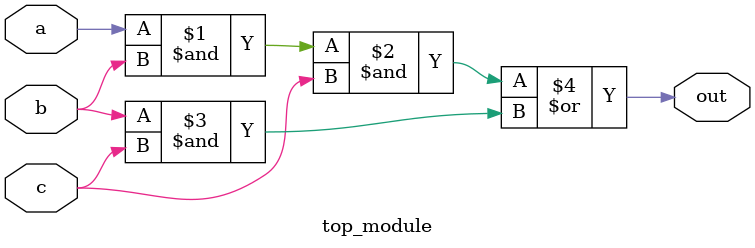
<source format=sv>
module top_module(
  input a,
  input b,
  input c,
  output out
);
  assign out = (a & b & c) | (b & c);
endmodule

</source>
